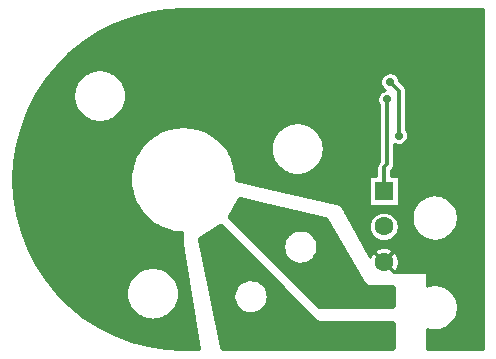
<source format=gtl>
G04 DipTrace 4.2.0.0*
G04 opto board.gtl*
%MOMM*%
G04 #@! TF.FileFunction,Copper,L1,Top*
G04 #@! TF.Part,Single*
%AMOUTLINE24*
4,1,16,
0.36603,1.36603,
0.06332,1.69226,
-0.35096,1.85486,
-0.79476,1.8216,
-1.18017,1.59908,
-1.43087,1.23137,
-1.4972,0.7913,
-1.36603,0.36603,
-0.36603,-1.36603,
-0.06332,-1.69226,
0.35096,-1.85486,
0.79476,-1.8216,
1.18017,-1.59908,
1.43087,-1.23137,
1.4972,-0.7913,
1.36603,-0.36603,
0.36603,1.36603,
0*%
%AMOUTLINE25*
4,1,16,
-0.36603,1.36603,
-0.7913,1.4972,
-1.23137,1.43087,
-1.59908,1.18017,
-1.8216,0.79476,
-1.85486,0.35096,
-1.69226,-0.06332,
-1.36603,-0.36603,
0.36603,-1.36603,
0.7913,-1.4972,
1.23137,-1.43087,
1.59908,-1.18017,
1.8216,-0.79476,
1.85486,-0.35096,
1.69226,0.06332,
1.36603,0.36603,
-0.36603,1.36603,
0*%
G04 #@! TA.AperFunction,CopperBalancing*
%ADD14C,0.33*%
%ADD16C,0.25*%
%ADD17C,0.635*%
G04 #@! TA.AperFunction,ComponentPad*
%ADD18R,1.6X1.6*%
%ADD19C,1.6*%
G04 #@! TA.AperFunction,ViaPad*
%ADD24C,0.7*%
%ADD70OUTLINE24*%
%ADD71OUTLINE25*%
%FSLAX35Y35*%
G04*
G71*
G90*
G75*
G01*
G04 Top*
%LPD*%
X1825000Y368380D2*
D14*
Y750000D1*
X1750000Y825000D1*
X1725000Y675000D2*
Y125000D1*
X1700000Y100000D1*
Y-100000D1*
D24*
X1725000Y675000D3*
X1750000Y825000D3*
X-300000Y1200000D3*
X100000D3*
X500000D3*
X900000D3*
X1700000D3*
X2100000D3*
X2500000D3*
X1825000Y368380D3*
X485000Y5000D3*
X-100000Y900000D3*
X300000D3*
X700000D3*
X650000Y250000D3*
X-700000Y1200000D3*
X325000Y-1200000D3*
X1900000Y900000D3*
X275000Y-975000D3*
X1100000Y900000D3*
X-900000D3*
X225000Y-750000D3*
X1500000Y-875000D3*
X1425000Y-1050000D3*
X375000Y-1400000D3*
X900000Y600000D3*
X575000Y-1400000D3*
X775000D3*
X2500000Y600000D3*
X1300000D3*
X-500000Y900000D3*
X-1100000Y600000D3*
X975000Y-1400000D3*
X1175000D3*
X1375000D3*
X1575000D3*
X1500000Y300000D3*
X1900000D3*
X1475000Y-1250000D3*
X1275000D3*
X-900000Y300000D3*
X-1300000D3*
X1075000Y-1200000D3*
X950000Y-1050000D3*
X1025000Y-925000D3*
X800000Y-900000D3*
X650000Y-750000D3*
X2100000Y0D3*
X2500000D3*
X500000Y-600000D3*
X1375000Y-675000D3*
X-1100000Y0D3*
X1275000Y-500000D3*
X550000Y-300000D3*
X725000Y-325000D3*
X675000Y-425000D3*
X425000Y-775000D3*
X1900000Y-300000D3*
X325000Y-575000D3*
X300000Y-650000D3*
X-900000Y-300000D3*
X-1300000D3*
X375000Y-675000D3*
X450000Y-700000D3*
X400000Y-600000D3*
X350000Y-750000D3*
X625000Y-275000D3*
X2100000Y-600000D3*
X2500000D3*
X575000Y-375000D3*
X-700000Y-600000D3*
X-1100000D3*
X650000Y-350000D3*
X-500000Y-900000D3*
X750000Y-400000D3*
X820000Y-70000D3*
X1175000Y-150000D3*
X1400000Y-275000D3*
X2300000Y-900000D3*
X1550000Y-550000D3*
X-900000Y-900000D3*
X-50000Y-500000D3*
X500000Y600000D3*
X-25000Y-725000D3*
X25000Y-975000D3*
X50000Y-1175000D3*
X100000Y-1400000D3*
X1175000Y-1050000D3*
X2500000Y-1200000D3*
X875000Y-775000D3*
X-700000Y-1200000D3*
X725000Y-625000D3*
X600000Y-500000D3*
X825000Y-275000D3*
X1075000Y-325000D3*
X1300000Y0D3*
X-253204Y1412833D2*
D16*
X2535009D1*
X-362896Y1388167D2*
X2535009D1*
X-450958Y1363500D2*
X2535009D1*
X-515216Y1338833D2*
X2535009D1*
X-579473Y1314167D2*
X2535009D1*
X-628546Y1289500D2*
X2535009D1*
X-676959Y1264833D2*
X2535009D1*
X-723394Y1240167D2*
X2535009D1*
X-761383Y1215500D2*
X2535009D1*
X-799371Y1190833D2*
X2535009D1*
X-837335Y1166167D2*
X2535009D1*
X-868805Y1141500D2*
X2535009D1*
X-899273Y1116833D2*
X2535009D1*
X-929718Y1092167D2*
X2535009D1*
X-960015Y1067500D2*
X2535009D1*
X-984698Y1042833D2*
X2535009D1*
X-1009356Y1018167D2*
X2535009D1*
X-1034014Y993500D2*
X2535009D1*
X-1058697Y968833D2*
X2535009D1*
X-1079986Y944167D2*
X2535009D1*
X-1099981Y919500D2*
X-779151D1*
X-635040D2*
X2535009D1*
X-1119952Y894833D2*
X-830885D1*
X-583331D2*
X1706469D1*
X1793549D2*
X2535009D1*
X-1139923Y870167D2*
X-862452D1*
X-551763D2*
X1680273D1*
X1819745D2*
X2535009D1*
X-1159893Y845500D2*
X-885084D1*
X-529107D2*
X1669140D1*
X1830854D2*
X2535009D1*
X-1176007Y820833D2*
X-902003D1*
X-512213D2*
X1666601D1*
X1845063D2*
X2535009D1*
X-1192022Y796167D2*
X-914576D1*
X-499615D2*
X1671801D1*
X1869721D2*
X2535009D1*
X-1208062Y771500D2*
X-923609D1*
X-490582D2*
X1686694D1*
X1886176D2*
X2535009D1*
X-1224078Y746833D2*
X-929542D1*
X-484649D2*
X1685082D1*
X1890009D2*
X2535009D1*
X-1240094Y722167D2*
X-932594D1*
X-481597D2*
X1656640D1*
X1890009D2*
X2535009D1*
X-1253131Y697500D2*
X-932887D1*
X-481305D2*
X1644677D1*
X1890009D2*
X2535009D1*
X-1265704Y672833D2*
X-930470D1*
X-483746D2*
X1641528D1*
X1890009D2*
X2535009D1*
X-1278277Y648167D2*
X-925196D1*
X-489019D2*
X1646069D1*
X1890009D2*
X2535009D1*
X-1290850Y623500D2*
X-916871D1*
X-497320D2*
X1659985D1*
X1890009D2*
X2535009D1*
X-1303424Y598833D2*
X-905128D1*
X-509063D2*
X1660009D1*
X1890009D2*
X2535009D1*
X-1314654Y574167D2*
X-889259D1*
X-524932D2*
X1660009D1*
X1890009D2*
X2535009D1*
X-1324127Y549500D2*
X-868067D1*
X-546124D2*
X1660009D1*
X1890009D2*
X2535009D1*
X-1333599Y524833D2*
X-838941D1*
X-575250D2*
X1660009D1*
X1890009D2*
X2535009D1*
X-1343072Y500167D2*
X-794044D1*
X-620147D2*
X1660009D1*
X1890009D2*
X2535009D1*
X-1352545Y475500D2*
X908691D1*
X1023114D2*
X1660009D1*
X1890009D2*
X2535009D1*
X-1362017Y450833D2*
X849047D1*
X1082758D2*
X1660009D1*
X1890009D2*
X2535009D1*
X-1369390Y426167D2*
X-140553D1*
X140570D2*
X815282D1*
X1116523D2*
X1660009D1*
X1890009D2*
X2535009D1*
X-1376007Y401500D2*
X-201099D1*
X201093D2*
X791381D1*
X1140424D2*
X1660009D1*
X1901410D2*
X2535009D1*
X-1382598Y376833D2*
X-244776D1*
X244770D2*
X773608D1*
X1158197D2*
X1660009D1*
X1908051D2*
X2535009D1*
X-1389215Y352167D2*
X-280274D1*
X280292D2*
X760326D1*
X1171454D2*
X1660009D1*
X1906855D2*
X2535009D1*
X-1395831Y327500D2*
X-308424D1*
X308417D2*
X750732D1*
X1181073D2*
X1660009D1*
X1897431D2*
X2535009D1*
X-1402447Y302833D2*
X-332691D1*
X332709D2*
X744286D1*
X1187519D2*
X1660009D1*
X1875092D2*
X2535009D1*
X-1406768Y278167D2*
X-354322D1*
X354340D2*
X740746D1*
X1191059D2*
X1660009D1*
X1790009D2*
X2535009D1*
X-1410675Y253500D2*
X-371827D1*
X371845D2*
X739965D1*
X1191840D2*
X1660009D1*
X1790009D2*
X2535009D1*
X-1414605Y228833D2*
X-388306D1*
X388324D2*
X741918D1*
X1189887D2*
X1660009D1*
X1790009D2*
X2535009D1*
X-1418512Y204167D2*
X-401246D1*
X401239D2*
X746679D1*
X1185126D2*
X1660009D1*
X1790009D2*
X2535009D1*
X-1422418Y179500D2*
X-413404D1*
X413422D2*
X754443D1*
X1177362D2*
X1660009D1*
X1790009D2*
X2535009D1*
X-1426324Y154833D2*
X-422974D1*
X422968D2*
X765551D1*
X1166254D2*
X1660009D1*
X1790009D2*
X2535009D1*
X-1428082Y130167D2*
X-431348D1*
X431342D2*
X780639D1*
X1151166D2*
X1642773D1*
X1790009D2*
X2535009D1*
X-1429376Y105500D2*
X-438209D1*
X438227D2*
X800756D1*
X1131049D2*
X1635253D1*
X1786884D2*
X2535009D1*
X-1430670Y80833D2*
X-443116D1*
X443134D2*
X828197D1*
X1103608D2*
X1635009D1*
X1771723D2*
X2535009D1*
X-1431964Y56167D2*
X-447633D1*
X447651D2*
X869091D1*
X1062690D2*
X1635009D1*
X1765009D2*
X2535009D1*
X-1433258Y31500D2*
X-449317D1*
X449335D2*
X1635009D1*
X1765009D2*
X2535009D1*
X-1434552Y6833D2*
X-450953D1*
X450946D2*
X1571508D1*
X1828510D2*
X2535009D1*
X-1433990Y-17833D2*
X-450221D1*
X485370D2*
X1571508D1*
X1828510D2*
X2535009D1*
X-1432696Y-42500D2*
X-448609D1*
X592255D2*
X1571508D1*
X1828510D2*
X2535009D1*
X-1431402Y-67167D2*
X-445850D1*
X699140D2*
X1571508D1*
X1828510D2*
X2535009D1*
X-1430108Y-91833D2*
X-440943D1*
X806025D2*
X1571508D1*
X1828510D2*
X2535009D1*
X-1428814Y-116500D2*
X-435816D1*
X912934D2*
X1571508D1*
X1828510D2*
X2535009D1*
X-1427520Y-141167D2*
X-427613D1*
X1019819D2*
X1571508D1*
X1828510D2*
X2059521D1*
X2200483D2*
X2535009D1*
X-1424566Y-165833D2*
X-419239D1*
X1126703D2*
X1571508D1*
X1828510D2*
X2013134D1*
X2246869D2*
X2535009D1*
X-1420660Y-190500D2*
X-407984D1*
X1233588D2*
X1571508D1*
X1828510D2*
X1984936D1*
X2275068D2*
X2535009D1*
X-1416754Y-215167D2*
X-395826D1*
X1336298D2*
X1571508D1*
X1828510D2*
X1965160D1*
X2294843D2*
X2535009D1*
X-1412847Y-239833D2*
X-380958D1*
X1350238D2*
X1950976D1*
X2309028D2*
X2535009D1*
X-1408941Y-264500D2*
X-364478D1*
X1364179D2*
X1941064D1*
X2318940D2*
X2535009D1*
X-1405035Y-289167D2*
X-344679D1*
X1378119D2*
X1637572D1*
X1762421D2*
X1934814D1*
X2325190D2*
X2535009D1*
X-1399493Y-313833D2*
X-323048D1*
X1392060D2*
X1605566D1*
X1794428D2*
X1931811D1*
X2328193D2*
X2535009D1*
X-1392877Y-338500D2*
X-295875D1*
X1406000D2*
X1587524D1*
X1812470D2*
X1931957D1*
X2328046D2*
X2535009D1*
X-1386261Y-363167D2*
X-265235D1*
X1419965D2*
X1577001D1*
X1822992D2*
X1935253D1*
X2324750D2*
X2535009D1*
X-1379669Y-387833D2*
X-228126D1*
X1433905D2*
X1572094D1*
X1827900D2*
X1941845D1*
X2318158D2*
X2535009D1*
X-1373053Y-412500D2*
X-178785D1*
X1447846D2*
X1572118D1*
X1827875D2*
X1952123D1*
X2307880D2*
X2535009D1*
X-1366436Y-437167D2*
X-100733D1*
X1461786D2*
X1577099D1*
X1822895D2*
X1966772D1*
X2293232D2*
X2535009D1*
X-1357794Y-461833D2*
X-14991D1*
X1475727D2*
X1587719D1*
X1812275D2*
X1987157D1*
X2272821D2*
X2535009D1*
X-1348321Y-486500D2*
X-14991D1*
X1489667D2*
X1605883D1*
X1794111D2*
X2016454D1*
X2243549D2*
X2535009D1*
X-1338848Y-511167D2*
X-14991D1*
X1503608D2*
X1638183D1*
X1761811D2*
X2066186D1*
X2193793D2*
X2535009D1*
X-1329376Y-535833D2*
X-14991D1*
X1517548D2*
X2535009D1*
X-1319903Y-560500D2*
X-13429D1*
X1531488D2*
X2535009D1*
X-1310382Y-585167D2*
X-9303D1*
X1545429D2*
X1645653D1*
X1754364D2*
X2535009D1*
X-1297808Y-609833D2*
X-5201D1*
X1559369D2*
X1609496D1*
X1790522D2*
X2535009D1*
X-1285235Y-634500D2*
X-1099D1*
X1573310D2*
X1589867D1*
X1810126D2*
X2535009D1*
X-1272686Y-659167D2*
X3027D1*
X1821698D2*
X2535009D1*
X-1260113Y-683833D2*
X7128D1*
X1827460D2*
X2535009D1*
X-1247540Y-708500D2*
X11254D1*
X1828217D2*
X2535009D1*
X-1232940Y-733167D2*
X15356D1*
X1824067D2*
X2535009D1*
X-1216925Y-757833D2*
X-342921D1*
X-174688D2*
X19457D1*
X1814447D2*
X2535009D1*
X-1200909Y-782500D2*
X-389039D1*
X-128570D2*
X23583D1*
X1797724D2*
X2535009D1*
X-1184893Y-807167D2*
X-418629D1*
X-98956D2*
X27685D1*
X2065009D2*
X2535009D1*
X-1168878Y-831833D2*
X-440113D1*
X-77472D2*
X31811D1*
X2065009D2*
X2535009D1*
X-1150982Y-856500D2*
X-456202D1*
X-61407D2*
X35912D1*
X2065009D2*
X2535009D1*
X-1131012Y-881167D2*
X-468116D1*
X-49493D2*
X40014D1*
X2065009D2*
X2535009D1*
X-1111041Y-905833D2*
X-476588D1*
X-41021D2*
X44140D1*
X2211957D2*
X2535009D1*
X-1091070Y-930500D2*
X-481983D1*
X-35626D2*
X48241D1*
X2253095D2*
X2535009D1*
X-1071099Y-955167D2*
X-484547D1*
X-33062D2*
X52367D1*
X2279340D2*
X2535009D1*
X-1047686Y-979833D2*
X-484376D1*
X-33233D2*
X56469D1*
X2297895D2*
X2535009D1*
X-1023028Y-1004500D2*
X-481446D1*
X-36163D2*
X60570D1*
X2311200D2*
X2535009D1*
X-998370Y-1029167D2*
X-475660D1*
X-41949D2*
X64696D1*
X2320380D2*
X2535009D1*
X-973687Y-1053833D2*
X-466773D1*
X-50836D2*
X68798D1*
X2325995D2*
X2535009D1*
X-946612Y-1078500D2*
X-454371D1*
X-63238D2*
X72900D1*
X2328388D2*
X2535009D1*
X-916143Y-1103167D2*
X-437672D1*
X-79913D2*
X77026D1*
X2327655D2*
X2535009D1*
X-885699Y-1127833D2*
X-415333D1*
X-102252D2*
X81127D1*
X2323774D2*
X2535009D1*
X-855230Y-1152500D2*
X-384327D1*
X-133282D2*
X85253D1*
X2316498D2*
X2535009D1*
X-820416Y-1177167D2*
X-334229D1*
X-183380D2*
X89355D1*
X2305487D2*
X2535009D1*
X-782428Y-1201833D2*
X93456D1*
X2289862D2*
X2535009D1*
X-744439Y-1226500D2*
X97582D1*
X2268134D2*
X2535009D1*
X-703790Y-1251167D2*
X101684D1*
X2236445D2*
X2535009D1*
X-655377Y-1275833D2*
X105810D1*
X2065009D2*
X2082787D1*
X2177216D2*
X2535009D1*
X-606964Y-1300500D2*
X109911D1*
X2065009D2*
X2535009D1*
X-550836Y-1325167D2*
X114013D1*
X2065009D2*
X2535009D1*
X-486578Y-1349833D2*
X118139D1*
X2065009D2*
X2535009D1*
X-413922Y-1374500D2*
X122240D1*
X2065009D2*
X2535009D1*
X-321856Y-1399167D2*
X126366D1*
X2065009D2*
X2535009D1*
X-183795Y-1423833D2*
X130468D1*
X2065009D2*
X2535009D1*
X1189051Y246307D2*
X1187999Y233814D1*
X1186249Y221400D1*
X1183805Y209104D1*
X1180676Y196964D1*
X1176871Y185019D1*
X1172402Y173306D1*
X1167283Y161862D1*
X1161531Y150722D1*
X1155163Y139923D1*
X1148200Y129498D1*
X1140663Y119480D1*
X1132577Y109900D1*
X1123965Y100789D1*
X1114857Y92175D1*
X1105280Y84085D1*
X1095264Y76544D1*
X1084842Y69578D1*
X1074045Y63206D1*
X1062908Y57450D1*
X1051465Y52328D1*
X1039754Y47855D1*
X1027810Y44046D1*
X1015671Y40912D1*
X1003375Y38464D1*
X990962Y36710D1*
X978470Y35654D1*
X965938Y35300D1*
X953407Y35649D1*
X940914Y36701D1*
X928500Y38451D1*
X916204Y40895D1*
X904064Y44024D1*
X892119Y47829D1*
X880406Y52298D1*
X868962Y57417D1*
X857822Y63169D1*
X847023Y69537D1*
X836598Y76500D1*
X826580Y84037D1*
X817000Y92123D1*
X807889Y100735D1*
X799275Y109843D1*
X791185Y119420D1*
X783644Y129436D1*
X776678Y139858D1*
X770306Y150655D1*
X764550Y161792D1*
X759428Y173235D1*
X754955Y184946D1*
X751146Y196890D1*
X748012Y209029D1*
X745564Y221325D1*
X743810Y233738D1*
X742754Y246230D1*
X742400Y258762D1*
X742749Y271293D1*
X743801Y283786D1*
X745551Y296200D1*
X747995Y308496D1*
X751124Y320636D1*
X754929Y332581D1*
X759398Y344294D1*
X764517Y355738D1*
X770269Y366878D1*
X776637Y377677D1*
X783600Y388102D1*
X791137Y398120D1*
X799223Y407700D1*
X807835Y416811D1*
X816943Y425425D1*
X826520Y433515D1*
X836536Y441056D1*
X846958Y448022D1*
X857755Y454394D1*
X868892Y460150D1*
X880335Y465272D1*
X892046Y469745D1*
X903990Y473554D1*
X916129Y476688D1*
X928425Y479136D1*
X940838Y480890D1*
X953330Y481946D1*
X965862Y482300D1*
X978393Y481951D1*
X990886Y480899D1*
X1003300Y479149D1*
X1015596Y476705D1*
X1027736Y473576D1*
X1039681Y469771D1*
X1051394Y465302D1*
X1062838Y460183D1*
X1073978Y454431D1*
X1084777Y448063D1*
X1095202Y441100D1*
X1105220Y433563D1*
X1114800Y425477D1*
X1123911Y416865D1*
X1132525Y407757D1*
X1140615Y398180D1*
X1148156Y388164D1*
X1155122Y377742D1*
X1161494Y366945D1*
X1167250Y355808D1*
X1172372Y344365D1*
X1176845Y332654D1*
X1180654Y320710D1*
X1183788Y308571D1*
X1186236Y296275D1*
X1187990Y283862D1*
X1189046Y271370D1*
X1189400Y258800D1*
X1189051Y246307D1*
X-483949Y694607D2*
X-485001Y682114D1*
X-486751Y669700D1*
X-489195Y657404D1*
X-492324Y645264D1*
X-496129Y633319D1*
X-500598Y621606D1*
X-505717Y610162D1*
X-511469Y599022D1*
X-517837Y588223D1*
X-524800Y577798D1*
X-532337Y567780D1*
X-540423Y558200D1*
X-549035Y549089D1*
X-558143Y540475D1*
X-567720Y532385D1*
X-577736Y524844D1*
X-588158Y517878D1*
X-598955Y511506D1*
X-610092Y505750D1*
X-621535Y500628D1*
X-633246Y496155D1*
X-645190Y492346D1*
X-657329Y489212D1*
X-669625Y486764D1*
X-682038Y485010D1*
X-694530Y483954D1*
X-707062Y483600D1*
X-719593Y483949D1*
X-732086Y485001D1*
X-744500Y486751D1*
X-756796Y489195D1*
X-768936Y492324D1*
X-780881Y496129D1*
X-792594Y500598D1*
X-804038Y505717D1*
X-815178Y511469D1*
X-825977Y517837D1*
X-836402Y524800D1*
X-846420Y532337D1*
X-856000Y540423D1*
X-865111Y549035D1*
X-873725Y558143D1*
X-881815Y567720D1*
X-889356Y577736D1*
X-896322Y588158D1*
X-902694Y598955D1*
X-908450Y610092D1*
X-913572Y621535D1*
X-918045Y633246D1*
X-921854Y645190D1*
X-924988Y657329D1*
X-927436Y669625D1*
X-929190Y682038D1*
X-930246Y694530D1*
X-930600Y707062D1*
X-930251Y719593D1*
X-929199Y732086D1*
X-927449Y744500D1*
X-925005Y756796D1*
X-921876Y768936D1*
X-918071Y780881D1*
X-913602Y792594D1*
X-908483Y804038D1*
X-902731Y815178D1*
X-896363Y825977D1*
X-889400Y836402D1*
X-881863Y846420D1*
X-873777Y856000D1*
X-865165Y865111D1*
X-856057Y873725D1*
X-846480Y881815D1*
X-836464Y889356D1*
X-826042Y896322D1*
X-815245Y902694D1*
X-804108Y908450D1*
X-792665Y913572D1*
X-780954Y918045D1*
X-769010Y921854D1*
X-756871Y924988D1*
X-744575Y927436D1*
X-732162Y929190D1*
X-719670Y930246D1*
X-707138Y930600D1*
X-694607Y930251D1*
X-682114Y929199D1*
X-669700Y927449D1*
X-657404Y925005D1*
X-645264Y921876D1*
X-633319Y918071D1*
X-621606Y913602D1*
X-610162Y908483D1*
X-599022Y902731D1*
X-588223Y896363D1*
X-577798Y889400D1*
X-567780Y881863D1*
X-558200Y873777D1*
X-549089Y865165D1*
X-540475Y856057D1*
X-532385Y846480D1*
X-524844Y836464D1*
X-517878Y826042D1*
X-511506Y815245D1*
X-505750Y804108D1*
X-500628Y792665D1*
X-496155Y780954D1*
X-492346Y769010D1*
X-489212Y756871D1*
X-486764Y744575D1*
X-485010Y732162D1*
X-483954Y719670D1*
X-483600Y707100D1*
X-483949Y694607D1*
X-35649Y-978393D2*
X-36701Y-990886D1*
X-38451Y-1003300D1*
X-40895Y-1015596D1*
X-44024Y-1027736D1*
X-47829Y-1039681D1*
X-52298Y-1051394D1*
X-57417Y-1062838D1*
X-63169Y-1073978D1*
X-69537Y-1084777D1*
X-76500Y-1095202D1*
X-84037Y-1105220D1*
X-92123Y-1114800D1*
X-100735Y-1123911D1*
X-109843Y-1132525D1*
X-119420Y-1140615D1*
X-129436Y-1148156D1*
X-139858Y-1155122D1*
X-150655Y-1161494D1*
X-161792Y-1167250D1*
X-173235Y-1172372D1*
X-184946Y-1176845D1*
X-196890Y-1180654D1*
X-209029Y-1183788D1*
X-221325Y-1186236D1*
X-233738Y-1187990D1*
X-246230Y-1189046D1*
X-258762Y-1189400D1*
X-271293Y-1189051D1*
X-283786Y-1187999D1*
X-296200Y-1186249D1*
X-308496Y-1183805D1*
X-320636Y-1180676D1*
X-332581Y-1176871D1*
X-344294Y-1172402D1*
X-355738Y-1167283D1*
X-366878Y-1161531D1*
X-377677Y-1155163D1*
X-388102Y-1148200D1*
X-398120Y-1140663D1*
X-407700Y-1132577D1*
X-416811Y-1123965D1*
X-425425Y-1114857D1*
X-433515Y-1105280D1*
X-441056Y-1095264D1*
X-448022Y-1084842D1*
X-454394Y-1074045D1*
X-460150Y-1062908D1*
X-465272Y-1051465D1*
X-469745Y-1039754D1*
X-473554Y-1027810D1*
X-476688Y-1015671D1*
X-479136Y-1003375D1*
X-480890Y-990962D1*
X-481946Y-978470D1*
X-482300Y-965938D1*
X-481951Y-953407D1*
X-480899Y-940914D1*
X-479149Y-928500D1*
X-476705Y-916204D1*
X-473576Y-904064D1*
X-469771Y-892119D1*
X-465302Y-880406D1*
X-460183Y-868962D1*
X-454431Y-857822D1*
X-448063Y-847023D1*
X-441100Y-836598D1*
X-433563Y-826580D1*
X-425477Y-817000D1*
X-416865Y-807889D1*
X-407757Y-799275D1*
X-398180Y-791185D1*
X-388164Y-783644D1*
X-377742Y-776678D1*
X-366945Y-770306D1*
X-355808Y-764550D1*
X-344365Y-759428D1*
X-332654Y-754955D1*
X-320710Y-751146D1*
X-308571Y-748012D1*
X-296275Y-745564D1*
X-283862Y-743810D1*
X-271370Y-742754D1*
X-258838Y-742400D1*
X-246307Y-742749D1*
X-233814Y-743801D1*
X-221400Y-745551D1*
X-209104Y-747995D1*
X-196964Y-751124D1*
X-185019Y-754929D1*
X-173306Y-759398D1*
X-161862Y-764517D1*
X-150722Y-770269D1*
X-139923Y-776637D1*
X-129498Y-783600D1*
X-119480Y-791137D1*
X-109900Y-799223D1*
X-100789Y-807835D1*
X-92175Y-816943D1*
X-84085Y-826520D1*
X-76544Y-836536D1*
X-69578Y-846958D1*
X-63206Y-857755D1*
X-57450Y-868892D1*
X-52328Y-880335D1*
X-47855Y-892046D1*
X-44046Y-903990D1*
X-40912Y-916129D1*
X-38464Y-928425D1*
X-36710Y-940838D1*
X-35654Y-953330D1*
X-35300Y-965900D1*
X-35649Y-978393D1*
X1825380Y-412480D2*
X1823515Y-424901D1*
X1820422Y-437076D1*
X1816132Y-448882D1*
X1810688Y-460202D1*
X1804143Y-470923D1*
X1796564Y-480940D1*
X1788025Y-490153D1*
X1778612Y-498469D1*
X1768417Y-505807D1*
X1757542Y-512094D1*
X1746095Y-517266D1*
X1734190Y-521273D1*
X1721945Y-524074D1*
X1709482Y-525643D1*
X1696925Y-525962D1*
X1684399Y-525030D1*
X1672027Y-522856D1*
X1659934Y-519460D1*
X1648238Y-514877D1*
X1637057Y-509152D1*
X1626502Y-502343D1*
X1616677Y-494516D1*
X1607681Y-485750D1*
X1599601Y-476132D1*
X1592520Y-465757D1*
X1586507Y-454729D1*
X1581621Y-443157D1*
X1577913Y-431156D1*
X1575417Y-418845D1*
X1574160Y-406347D1*
X1574153Y-393786D1*
X1575397Y-381286D1*
X1577880Y-368973D1*
X1581576Y-356968D1*
X1586449Y-345390D1*
X1592451Y-334356D1*
X1599521Y-323974D1*
X1607590Y-314347D1*
X1616578Y-305571D1*
X1626394Y-297735D1*
X1636943Y-290914D1*
X1648117Y-285178D1*
X1659808Y-280582D1*
X1671898Y-277174D1*
X1684267Y-274986D1*
X1696792Y-274041D1*
X1709350Y-274347D1*
X1721814Y-275903D1*
X1734062Y-278691D1*
X1745971Y-282686D1*
X1757423Y-287846D1*
X1768305Y-294121D1*
X1778508Y-301448D1*
X1787930Y-309754D1*
X1796479Y-318958D1*
X1804069Y-328967D1*
X1810624Y-339682D1*
X1816080Y-350996D1*
X1820383Y-362797D1*
X1823489Y-374969D1*
X1825367Y-387388D1*
X1826000Y-400000D1*
X1825380Y-412480D1*
X2325602Y-337492D2*
X2324415Y-349872D1*
X2322447Y-362153D1*
X2319703Y-374284D1*
X2316195Y-386216D1*
X2311938Y-397902D1*
X2306948Y-409294D1*
X2301245Y-420347D1*
X2294853Y-431017D1*
X2287797Y-441259D1*
X2280106Y-451033D1*
X2271810Y-460299D1*
X2262943Y-469021D1*
X2253541Y-477163D1*
X2243642Y-484692D1*
X2233285Y-491578D1*
X2222512Y-497793D1*
X2211366Y-503313D1*
X2199893Y-508115D1*
X2188139Y-512179D1*
X2176150Y-515489D1*
X2163975Y-518033D1*
X2151664Y-519799D1*
X2139266Y-520781D1*
X2126830Y-520974D1*
X2114407Y-520379D1*
X2102046Y-518996D1*
X2089799Y-516833D1*
X2077713Y-513897D1*
X2065837Y-510200D1*
X2054220Y-505758D1*
X2042909Y-500588D1*
X2031948Y-494711D1*
X2021381Y-488150D1*
X2011252Y-480933D1*
X2001602Y-473087D1*
X1992468Y-464646D1*
X1983888Y-455642D1*
X1975896Y-446112D1*
X1968525Y-436094D1*
X1961804Y-425629D1*
X1955761Y-414759D1*
X1950418Y-403527D1*
X1945800Y-391979D1*
X1941922Y-380161D1*
X1938802Y-368122D1*
X1936452Y-355908D1*
X1934882Y-343571D1*
X1934097Y-331158D1*
X1934101Y-318721D1*
X1934893Y-306309D1*
X1936472Y-293972D1*
X1938829Y-281760D1*
X1941956Y-269722D1*
X1945841Y-257907D1*
X1950467Y-246362D1*
X1955816Y-235134D1*
X1961866Y-224267D1*
X1968594Y-213806D1*
X1975971Y-203793D1*
X1983969Y-194268D1*
X1992554Y-185269D1*
X2001693Y-176833D1*
X2011349Y-168994D1*
X2021482Y-161783D1*
X2032052Y-155229D1*
X2043017Y-149358D1*
X2054332Y-144195D1*
X2065952Y-139760D1*
X2077830Y-136071D1*
X2089917Y-133142D1*
X2102166Y-130986D1*
X2114527Y-129612D1*
X2126951Y-129024D1*
X2139387Y-129225D1*
X2151784Y-130214D1*
X2164095Y-131988D1*
X2176268Y-134539D1*
X2188254Y-137857D1*
X2200006Y-141929D1*
X2211476Y-146737D1*
X2222619Y-152264D1*
X2233388Y-158486D1*
X2243740Y-165378D1*
X2253635Y-172913D1*
X2263032Y-181061D1*
X2271894Y-189788D1*
X2280184Y-199060D1*
X2287869Y-208839D1*
X2294918Y-219085D1*
X2301304Y-229758D1*
X2307000Y-240815D1*
X2311983Y-252210D1*
X2316233Y-263899D1*
X2319733Y-275834D1*
X2322469Y-287966D1*
X2324431Y-300248D1*
X2325609Y-312629D1*
X2326000Y-325000D1*
X2325602Y-337492D1*
X1655836Y144225D2*
X1662500Y150891D1*
X1662496Y623488D1*
X1655331Y633682D1*
X1649840Y644801D1*
X1646111Y656628D1*
X1644231Y668886D1*
X1644244Y681287D1*
X1646151Y693541D1*
X1649905Y705360D1*
X1655419Y716467D1*
X1662565Y726603D1*
X1671174Y735529D1*
X1681044Y743036D1*
X1691945Y748948D1*
X1703620Y753128D1*
X1710268Y754409D1*
X1705898Y757059D1*
X1696044Y764587D1*
X1687454Y773531D1*
X1680331Y783682D1*
X1674840Y794801D1*
X1671111Y806628D1*
X1669231Y818886D1*
X1669244Y831287D1*
X1671151Y843541D1*
X1674905Y855360D1*
X1680419Y866467D1*
X1687565Y876603D1*
X1696174Y885529D1*
X1706044Y893036D1*
X1716945Y898948D1*
X1728620Y903128D1*
X1740797Y905475D1*
X1753189Y905937D1*
X1765507Y904502D1*
X1777461Y901203D1*
X1788772Y896118D1*
X1799173Y889366D1*
X1808422Y881105D1*
X1816302Y871530D1*
X1822628Y860863D1*
X1827251Y849357D1*
X1830064Y837279D1*
X1830390Y832998D1*
X1869194Y794194D1*
X1877093Y784533D1*
X1882916Y773496D1*
X1886430Y761509D1*
X1887500Y749965D1*
X1887493Y419539D1*
X1891302Y414910D1*
X1897628Y404243D1*
X1902251Y392737D1*
X1905064Y380659D1*
X1906000Y368380D1*
X1905037Y355930D1*
X1902199Y343858D1*
X1897551Y332361D1*
X1891202Y321708D1*
X1883302Y312149D1*
X1874035Y303909D1*
X1863619Y297179D1*
X1852298Y292118D1*
X1840336Y288845D1*
X1828016Y287436D1*
X1815624Y287924D1*
X1803453Y290299D1*
X1791786Y294503D1*
X1787501Y296839D1*
X1787500Y125037D1*
X1787440Y122264D1*
X1785652Y109913D1*
X1781446Y98164D1*
X1774989Y87485D1*
X1769194Y80806D1*
X1762504Y74115D1*
X1762489Y26000D1*
X1826000D1*
Y-226000D1*
X1574000D1*
Y26000D1*
X1637489D1*
X1637500Y100000D1*
X1638746Y112417D1*
X1642433Y124339D1*
X1648424Y135299D1*
X1655836Y144225D1*
X277837Y352121D2*
X313005Y321280D1*
X318778Y315743D1*
X321247Y313042D1*
X352262Y277676D1*
X357263Y271433D1*
X359359Y268433D1*
X385493Y229321D1*
X389636Y222479D1*
X391322Y219231D1*
X412127Y177042D1*
X415342Y169718D1*
X416589Y166278D1*
X431710Y121734D1*
X433941Y114053D1*
X434729Y110479D1*
X443906Y64343D1*
X445116Y56437D1*
X445430Y52791D1*
X448507Y5852D1*
X448674Y-2145D1*
X448510Y-5801D1*
X448245Y-9851D1*
X657316Y-58090D1*
X1327811Y-212820D1*
X1333475Y-215813D1*
X1341901Y-229497D1*
X1582349Y-654909D1*
X1583791Y-651301D1*
X1585465Y-647486D1*
X1587264Y-643727D1*
X1589186Y-640031D1*
X1591230Y-636400D1*
X1593392Y-632838D1*
X1595671Y-629350D1*
X1598064Y-625939D1*
X1600568Y-622609D1*
X1603181Y-619364D1*
X1605900Y-616207D1*
X1608722Y-613142D1*
X1611644Y-610171D1*
X1614662Y-607299D1*
X1617774Y-604528D1*
X1620976Y-601862D1*
X1624264Y-599302D1*
X1627635Y-596853D1*
X1631084Y-594517D1*
X1634610Y-592296D1*
X1638207Y-590193D1*
X1641871Y-588210D1*
X1645599Y-586349D1*
X1649386Y-584613D1*
X1653229Y-583002D1*
X1657123Y-581520D1*
X1661064Y-580167D1*
X1665047Y-578945D1*
X1669069Y-577856D1*
X1673124Y-576900D1*
X1677209Y-576078D1*
X1681319Y-575393D1*
X1685449Y-574843D1*
X1689595Y-574430D1*
X1693752Y-574155D1*
X1697917Y-574017D1*
X1702083D1*
X1706247Y-574155D1*
X1710405Y-574430D1*
X1714551Y-574843D1*
X1718681Y-575393D1*
X1722791Y-576078D1*
X1726876Y-576900D1*
X1730931Y-577856D1*
X1734953Y-578945D1*
X1738936Y-580167D1*
X1742877Y-581520D1*
X1746771Y-583002D1*
X1750614Y-584613D1*
X1754401Y-586349D1*
X1758129Y-588210D1*
X1761793Y-590193D1*
X1765390Y-592296D1*
X1768915Y-594517D1*
X1772365Y-596853D1*
X1775736Y-599302D1*
X1779024Y-601861D1*
X1782226Y-604528D1*
X1785337Y-607299D1*
X1788356Y-610171D1*
X1791278Y-613141D1*
X1794099Y-616207D1*
X1796818Y-619364D1*
X1799432Y-622609D1*
X1801936Y-625939D1*
X1804329Y-629350D1*
X1806608Y-632838D1*
X1808770Y-636399D1*
X1810814Y-640031D1*
X1812736Y-643727D1*
X1814535Y-647485D1*
X1816208Y-651301D1*
X1817755Y-655170D1*
X1819173Y-659088D1*
X1820460Y-663050D1*
X1821616Y-667053D1*
X1822639Y-671093D1*
X1823528Y-675163D1*
X1824282Y-679261D1*
X1824899Y-683382D1*
X1825380Y-687520D1*
X1825725Y-691673D1*
X1825931Y-695834D1*
X1826000Y-700000D1*
X1825931Y-704166D1*
X1825725Y-708327D1*
X1825380Y-712480D1*
X1824899Y-716618D1*
X1824282Y-720739D1*
X1823528Y-724837D1*
X1822639Y-728907D1*
X1821616Y-732946D1*
X1820461Y-736949D1*
X1819173Y-740912D1*
X1817755Y-744830D1*
X1816209Y-748699D1*
X1814535Y-752514D1*
X1812736Y-756273D1*
X1810814Y-759969D1*
X1808770Y-763600D1*
X1806608Y-767162D1*
X1804329Y-770650D1*
X1801936Y-774061D1*
X1799432Y-777391D1*
X1796819Y-780636D1*
X1794100Y-783793D1*
X1790647Y-787500D1*
X2050000D1*
X2056188Y-789139D1*
X2060753Y-793625D1*
X2062497Y-799790D1*
X2062500Y-900989D1*
X2065952Y-899760D1*
X2077830Y-896071D1*
X2089917Y-893142D1*
X2102166Y-890986D1*
X2114527Y-889612D1*
X2126951Y-889024D1*
X2139387Y-889225D1*
X2151784Y-890214D1*
X2164095Y-891988D1*
X2176268Y-894539D1*
X2188254Y-897857D1*
X2200006Y-901929D1*
X2211476Y-906737D1*
X2222619Y-912264D1*
X2233388Y-918486D1*
X2243740Y-925378D1*
X2253635Y-932913D1*
X2263032Y-941061D1*
X2271894Y-949788D1*
X2280184Y-959060D1*
X2287869Y-968839D1*
X2294918Y-979085D1*
X2301304Y-989758D1*
X2307000Y-1000815D1*
X2311983Y-1012210D1*
X2316233Y-1023899D1*
X2319733Y-1035834D1*
X2322469Y-1047966D1*
X2324431Y-1060248D1*
X2325609Y-1072629D1*
X2326000Y-1085000D1*
X2325602Y-1097492D1*
X2324415Y-1109872D1*
X2322447Y-1122153D1*
X2319703Y-1134284D1*
X2316195Y-1146216D1*
X2311938Y-1157902D1*
X2306948Y-1169294D1*
X2301245Y-1180347D1*
X2294853Y-1191017D1*
X2287797Y-1201259D1*
X2280106Y-1211033D1*
X2271810Y-1220299D1*
X2262943Y-1229021D1*
X2253541Y-1237163D1*
X2243642Y-1244692D1*
X2233285Y-1251578D1*
X2222512Y-1257793D1*
X2211366Y-1263313D1*
X2199893Y-1268115D1*
X2188139Y-1272179D1*
X2176150Y-1275489D1*
X2163975Y-1278033D1*
X2151664Y-1279799D1*
X2139266Y-1280781D1*
X2126830Y-1280974D1*
X2114407Y-1280379D1*
X2102046Y-1278996D1*
X2089799Y-1276833D1*
X2077713Y-1273897D1*
X2065837Y-1270200D1*
X2062491Y-1268921D1*
X2062500Y-1425000D1*
X2062512Y-1437500D1*
X2537500Y-1437488D1*
X2537494Y1437500D1*
X1632Y1437496D1*
X-150248Y1429538D1*
X-298850Y1406000D1*
X-444182Y1367059D1*
X-584645Y1313142D1*
X-718704Y1244837D1*
X-844889Y1162890D1*
X-961814Y1068208D1*
X-1068204Y961818D1*
X-1162890Y844889D1*
X-1244836Y718709D1*
X-1313142Y584649D1*
X-1367062Y444186D1*
X-1406003Y298854D1*
X-1429541Y150252D1*
X-1437413Y0D1*
X-1429541Y-150251D1*
X-1406003Y-298854D1*
X-1367062Y-444185D1*
X-1313145Y-584648D1*
X-1244836Y-718708D1*
X-1162894Y-844892D1*
X-1068208Y-961817D1*
X-961818Y-1068208D1*
X-844893Y-1162893D1*
X-718708Y-1244836D1*
X-584649Y-1313145D1*
X-444186Y-1367062D1*
X-298855Y-1406003D1*
X-150247Y-1429542D1*
X1637Y-1437500D1*
X135244Y-1437497D1*
X-12329Y-552049D1*
X-12500Y-549988D1*
X-12489Y-448072D1*
X-52740Y-445434D1*
X-60690Y-444556D1*
X-64294Y-443916D1*
X-110491Y-434726D1*
X-121937Y-431641D1*
X-166230Y-416606D1*
X-173683Y-413700D1*
X-176997Y-412149D1*
X-219186Y-391344D1*
X-226195Y-387490D1*
X-229279Y-385521D1*
X-268391Y-359387D1*
X-274838Y-354651D1*
X-277638Y-352295D1*
X-313005Y-321280D1*
X-318778Y-315743D1*
X-321247Y-313042D1*
X-352262Y-277676D1*
X-357263Y-271433D1*
X-359359Y-268433D1*
X-385493Y-229321D1*
X-389636Y-222479D1*
X-391322Y-219231D1*
X-412127Y-177042D1*
X-415342Y-169718D1*
X-416589Y-166278D1*
X-431710Y-121734D1*
X-433941Y-114053D1*
X-434729Y-110479D1*
X-443906Y-64343D1*
X-445116Y-56437D1*
X-445430Y-52791D1*
X-448510Y-5789D1*
X-448502Y5927D1*
X-445434Y52740D1*
X-444556Y60691D1*
X-443916Y64294D1*
X-434739Y110430D1*
X-432831Y118198D1*
X-431726Y121687D1*
X-416606Y166230D1*
X-413700Y173682D1*
X-412149Y176997D1*
X-391344Y219186D1*
X-387491Y226195D1*
X-385521Y229279D1*
X-359387Y268391D1*
X-354651Y274838D1*
X-352296Y277638D1*
X-321280Y313005D1*
X-315744Y318778D1*
X-313043Y321247D1*
X-277676Y352262D1*
X-271434Y357263D1*
X-268433Y359359D1*
X-229321Y385493D1*
X-222479Y389636D1*
X-219231Y391322D1*
X-177042Y412127D1*
X-169718Y415342D1*
X-166278Y416590D1*
X-121734Y431710D1*
X-114053Y433941D1*
X-110479Y434729D1*
X-64343Y443906D1*
X-56437Y445116D1*
X-52791Y445431D1*
X-5852Y448507D1*
X2145Y448674D1*
X5801Y448510D1*
X52740Y445434D1*
X60690Y444556D1*
X64294Y443916D1*
X110430Y434739D1*
X118197Y432831D1*
X121687Y431726D1*
X166230Y416606D1*
X173682Y413700D1*
X176997Y412150D1*
X219186Y391344D1*
X226195Y387491D1*
X229279Y385521D1*
X268443Y359351D1*
X277837Y352121D1*
X1700000Y-700000D2*
D14*
X1789061Y-610939D1*
X1610939D2*
X1789061Y-789061D1*
X239412Y-469917D2*
D17*
X368671D1*
X170779Y-533083D2*
X431836D1*
X184041Y-596250D2*
X495000D1*
X197348Y-659417D2*
X558164D1*
X210655Y-722583D2*
X621328D1*
X223963Y-785750D2*
X684492D1*
X237270Y-848917D2*
X491810D1*
X658181D2*
X747656D1*
X250532Y-912083D2*
X425546D1*
X724444D2*
X810820D1*
X263839Y-975250D2*
X404082D1*
X745909D2*
X873984D1*
X277146Y-1038417D2*
X408320D1*
X741671D2*
X937148D1*
X290454Y-1101583D2*
X440813D1*
X709177D2*
X1000312D1*
X303761Y-1164750D2*
X1063476D1*
X317023Y-1227917D2*
X1126686D1*
X330330Y-1291083D2*
X1761881D1*
X343637Y-1354250D2*
X1761881D1*
X356944Y-1417417D2*
X1761881D1*
X739211Y-1019156D2*
X734377Y-1041784D1*
X726440Y-1063518D1*
X715555Y-1083937D1*
X701935Y-1102641D1*
X685844Y-1119268D1*
X667596Y-1133494D1*
X647545Y-1145042D1*
X626083Y-1153687D1*
X603626Y-1159261D1*
X580612Y-1161655D1*
X557489Y-1160823D1*
X534706Y-1156781D1*
X512708Y-1149607D1*
X491922Y-1139442D1*
X472754Y-1126483D1*
X455575Y-1110982D1*
X440721Y-1093241D1*
X428480Y-1073606D1*
X419092Y-1052458D1*
X412738Y-1030210D1*
X409542Y-1007293D1*
X409566Y-984155D1*
X412811Y-961245D1*
X419212Y-939010D1*
X428646Y-917883D1*
X440928Y-898273D1*
X455820Y-880564D1*
X473032Y-865100D1*
X492228Y-852182D1*
X513035Y-842061D1*
X535048Y-834934D1*
X557839Y-830940D1*
X580964Y-830157D1*
X603973Y-832600D1*
X626418Y-838222D1*
X647862Y-846912D1*
X667888Y-858503D1*
X686106Y-872767D1*
X702162Y-889429D1*
X715742Y-908162D1*
X726583Y-928604D1*
X734474Y-950355D1*
X739260Y-972993D1*
X740850Y-995900D1*
X739211Y-1019156D1*
X1148346Y-1231704D2*
X1133830Y-1227324D1*
X1127549Y-1222451D1*
X320395Y-415296D1*
X160655Y-515157D1*
X194479Y-675908D1*
X350758Y-1418250D1*
X1768258D1*
X1768250Y-1231768D1*
X1403452Y-1231750D1*
X1148346Y-1231704D1*
X463663Y-244917D2*
X735703D1*
X427569Y-308083D2*
X1006406D1*
X472504Y-371250D2*
X1208522D1*
X535668Y-434417D2*
X901543D1*
X1090245D2*
X1244615D1*
X598832Y-497583D2*
X842890D1*
X1148943D2*
X1280709D1*
X661996Y-560750D2*
X824296D1*
X1167491D2*
X1316803D1*
X725161Y-623917D2*
X831087D1*
X1160701D2*
X1352897D1*
X788325Y-687083D2*
X867317D1*
X1124516D2*
X1388990D1*
X851489Y-750250D2*
X1425084D1*
X914653Y-813417D2*
X1461178D1*
X977817Y-876583D2*
X1500325D1*
X1040981Y-939750D2*
X1761914D1*
X1104190Y-1002917D2*
X1761914D1*
X1167355Y-1066083D2*
X1761914D1*
X1160111Y-598256D2*
X1155277Y-620884D1*
X1147340Y-642618D1*
X1136455Y-663037D1*
X1122835Y-681741D1*
X1106744Y-698368D1*
X1088496Y-712594D1*
X1068445Y-724142D1*
X1046983Y-732787D1*
X1024526Y-738361D1*
X1001512Y-740755D1*
X978389Y-739923D1*
X955606Y-735881D1*
X933608Y-728707D1*
X912822Y-718542D1*
X893654Y-705583D1*
X876475Y-690082D1*
X861621Y-672341D1*
X849380Y-652706D1*
X839992Y-631558D1*
X833638Y-609310D1*
X830442Y-586393D1*
X830466Y-563255D1*
X833711Y-540345D1*
X840112Y-518110D1*
X849546Y-496983D1*
X861828Y-477373D1*
X876720Y-459664D1*
X893932Y-444200D1*
X913128Y-431282D1*
X933935Y-421161D1*
X955948Y-414034D1*
X978739Y-410040D1*
X1001864Y-409257D1*
X1024873Y-411700D1*
X1047318Y-417322D1*
X1068762Y-426012D1*
X1088788Y-437603D1*
X1107006Y-451867D1*
X1123062Y-468529D1*
X1136642Y-487262D1*
X1147483Y-507704D1*
X1155374Y-529455D1*
X1160160Y-552093D1*
X1161750Y-575000D1*
X1160111Y-598256D1*
X1573346Y-931704D2*
X1558830Y-927324D1*
X1552549Y-922451D1*
X1502211Y-872107D1*
X1497433Y-865753D1*
X1204312Y-352790D1*
X582207Y-207618D1*
X490849Y-186301D1*
X414595Y-319704D1*
X1163150Y-1068249D1*
X1768237Y-1068250D1*
X1768271Y-931750D1*
X1573346Y-931704D1*
D18*
X1700000Y-100000D3*
D19*
Y-400000D3*
Y-700000D3*
Y-1000000D3*
Y-1300000D3*
D70*
X375000Y-650000D3*
D71*
X650000Y-350000D3*
M02*

</source>
